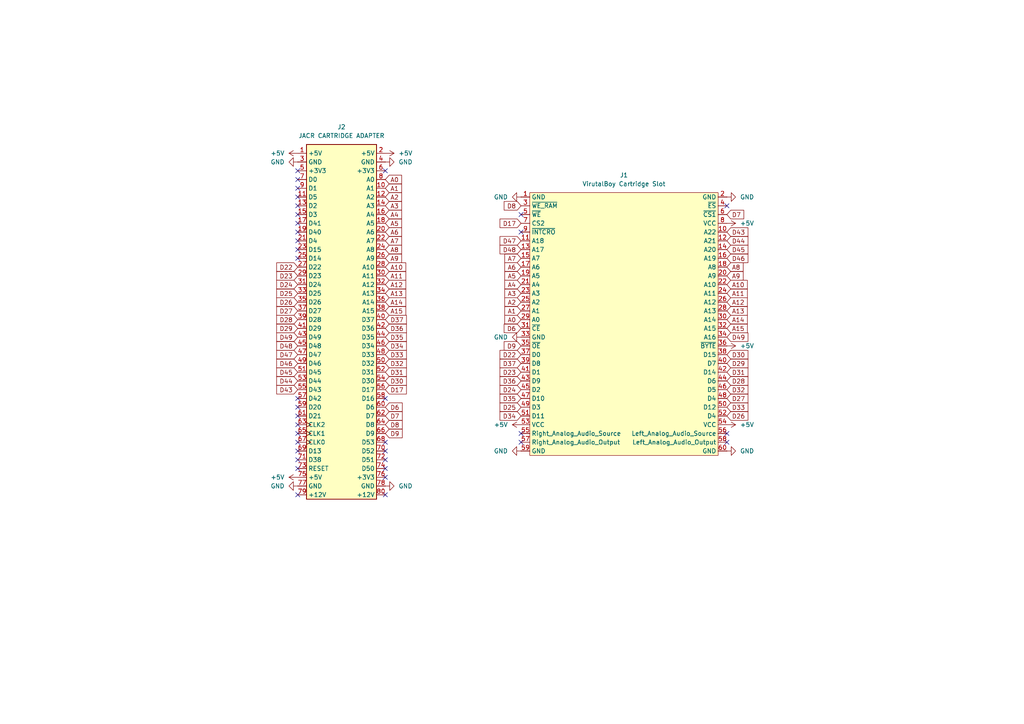
<source format=kicad_sch>
(kicad_sch (version 20250114) (generator "eeschema") (generator_version "9.0")
  (paper "A4")
  (title_block (title "VirtualBoy Adapter - Just Another Cartridge Reader") (date "2025-10-22") (company "Diplomatic Entertainment, LLC.") (comment 1 "CC BY 4.0"))
  (lib_symbols
    (symbol "DiplomaticEntertainment:JACR_CARD_EDGE"
      (property "Reference" "J1" (at 0 54.61 0))
      (property "Value" "JACR CARTRIDGE ADAPTER" (at 0 52.07 0))
      (symbol "JACR_CARD_EDGE_0_1"
        (rectangle (start -10.16 49.53) (end 10.16 -53.34) (stroke (width 0.254)) (fill (type background)))
      )
      (symbol "JACR_CARD_EDGE_1_1"
        (pin power_out line (at -12.7 46.99 0) (length 2.54) (name "+5V") (number "1"))
        (pin power_in line (at -12.7 44.45 0) (length 2.54) (name "GND") (number "3"))
        (pin power_out line (at -12.7 41.91 0) (length 2.54) (name "+3V3") (number "5"))
        (pin bidirectional line (at -12.7 39.37 0) (length 2.54) (name "D0") (number "7"))
        (pin bidirectional line (at -12.7 36.83 0) (length 2.54) (name "D1") (number "9"))
        (pin bidirectional line (at -12.7 34.29 0) (length 2.54) (name "D5") (number "11"))
        (pin bidirectional line (at -12.7 31.75 0) (length 2.54) (name "D2") (number "13"))
        (pin bidirectional line (at -12.7 29.21 0) (length 2.54) (name "D3") (number "15"))
        (pin bidirectional line (at -12.7 26.67 0) (length 2.54) (name "D41") (number "17"))
        (pin bidirectional line (at -12.7 24.13 0) (length 2.54) (name "D40") (number "19"))
        (pin bidirectional line (at -12.7 21.59 0) (length 2.54) (name "D4") (number "21"))
        (pin bidirectional line (at -12.7 19.05 0) (length 2.54) (name "D15") (number "23"))
        (pin bidirectional line (at -12.7 16.51 0) (length 2.54) (name "D14") (number "25"))
        (pin bidirectional line (at -12.7 13.97 0) (length 2.54) (name "D22") (number "27"))
        (pin bidirectional line (at -12.7 11.43 0) (length 2.54) (name "D23") (number "29"))
        (pin bidirectional line (at -12.7 8.89 0) (length 2.54) (name "D24") (number "31"))
        (pin bidirectional line (at -12.7 6.35 0) (length 2.54) (name "D25") (number "33"))
        (pin bidirectional line (at -12.7 3.81 0) (length 2.54) (name "D26") (number "35"))
        (pin bidirectional line (at -12.7 1.27 0) (length 2.54) (name "D27") (number "37"))
        (pin bidirectional line (at -12.7 -1.27 0) (length 2.54) (name "D28") (number "39"))
        (pin bidirectional line (at -12.7 -3.81 0) (length 2.54) (name "D29") (number "41"))
        (pin bidirectional line (at -12.7 -6.35 0) (length 2.54) (name "D49") (number "43"))
        (pin bidirectional line (at -12.7 -8.89 0) (length 2.54) (name "D48") (number "45"))
        (pin bidirectional line (at -12.7 -11.43 0) (length 2.54) (name "D47") (number "47"))
        (pin bidirectional line (at -12.7 -13.97 0) (length 2.54) (name "D46") (number "49"))
        (pin bidirectional line (at -12.7 -16.51 0) (length 2.54) (name "D45") (number "51"))
        (pin bidirectional line (at -12.7 -19.05 0) (length 2.54) (name "D44") (number "53"))
        (pin bidirectional line (at -12.7 -21.59 0) (length 2.54) (name "D43") (number "55"))
        (pin bidirectional line (at -12.7 -24.13 0) (length 2.54) (name "D42") (number "57"))
        (pin bidirectional line (at -12.7 -26.67 0) (length 2.54) (name "D20") (number "59"))
        (pin bidirectional line (at -12.7 -29.21 0) (length 2.54) (name "D21") (number "61"))
        (pin output clock (at -12.7 -31.75 0) (length 2.54) (name "CLK2") (number "63"))
        (pin output clock (at -12.7 -34.29 0) (length 2.54) (name "CLK1") (number "65"))
        (pin output clock (at -12.7 -36.83 0) (length 2.54) (name "CLK0") (number "67"))
        (pin bidirectional line (at -12.7 -39.37 0) (length 2.54) (name "D13") (number "69"))
        (pin bidirectional line (at -12.7 -41.91 0) (length 2.54) (name "D38") (number "71"))
        (pin bidirectional line (at -12.7 -44.45 0) (length 2.54) (name "RESET") (number "73"))
        (pin power_out line (at -12.7 -46.99 0) (length 2.54) (name "+5V") (number "75"))
        (pin power_in line (at -12.7 -49.53 0) (length 2.54) (name "GND") (number "77"))
        (pin power_out line (at -12.7 -52.07 0) (length 2.54) (name "+12V") (number "79"))
        (pin power_out line (at 12.7 46.99 180) (length 2.54) (name "+5V") (number "2"))
        (pin power_in line (at 12.7 44.45 180) (length 2.54) (name "GND") (number "4"))
        (pin power_out line (at 12.7 41.91 180) (length 2.54) (name "+3V3") (number "6"))
        (pin bidirectional line (at 12.7 39.37 180) (length 2.54) (name "A0") (number "8"))
        (pin bidirectional line (at 12.7 36.83 180) (length 2.54) (name "A1") (number "10"))
        (pin bidirectional line (at 12.7 34.29 180) (length 2.54) (name "A2") (number "12"))
        (pin bidirectional line (at 12.7 31.75 180) (length 2.54) (name "A3") (number "14"))
        (pin bidirectional line (at 12.7 29.21 180) (length 2.54) (name "A4") (number "16"))
        (pin bidirectional line (at 12.7 26.67 180) (length 2.54) (name "A5") (number "18"))
        (pin bidirectional line (at 12.7 24.13 180) (length 2.54) (name "A6") (number "20"))
        (pin bidirectional line (at 12.7 21.59 180) (length 2.54) (name "A7") (number "22"))
        (pin bidirectional line (at 12.7 19.05 180) (length 2.54) (name "A8") (number "24"))
        (pin bidirectional line (at 12.7 16.51 180) (length 2.54) (name "A9") (number "26"))
        (pin bidirectional line (at 12.7 13.97 180) (length 2.54) (name "A10") (number "28"))
        (pin bidirectional line (at 12.7 11.43 180) (length 2.54) (name "A11") (number "30"))
        (pin bidirectional line (at 12.7 8.89 180) (length 2.54) (name "A12") (number "32"))
        (pin bidirectional line (at 12.7 6.35 180) (length 2.54) (name "A13") (number "34"))
        (pin bidirectional line (at 12.7 3.81 180) (length 2.54) (name "A14") (number "36"))
        (pin bidirectional line (at 12.7 1.27 180) (length 2.54) (name "A15") (number "38"))
        (pin bidirectional line (at 12.7 -1.27 180) (length 2.54) (name "D37") (number "40"))
        (pin bidirectional line (at 12.7 -3.81 180) (length 2.54) (name "D36") (number "42"))
        (pin bidirectional line (at 12.7 -6.35 180) (length 2.54) (name "D35") (number "44"))
        (pin bidirectional line (at 12.7 -8.89 180) (length 2.54) (name "D34") (number "46"))
        (pin bidirectional line (at 12.7 -11.43 180) (length 2.54) (name "D33") (number "48"))
        (pin bidirectional line (at 12.7 -13.97 180) (length 2.54) (name "D32") (number "50"))
        (pin bidirectional line (at 12.7 -16.51 180) (length 2.54) (name "D31") (number "52"))
        (pin bidirectional line (at 12.7 -19.05 180) (length 2.54) (name "D30") (number "54"))
        (pin bidirectional line (at 12.7 -21.59 180) (length 2.54) (name "D17") (number "56"))
        (pin bidirectional line (at 12.7 -24.13 180) (length 2.54) (name "D16") (number "58"))
        (pin bidirectional line (at 12.7 -26.67 180) (length 2.54) (name "D6") (number "60"))
        (pin bidirectional line (at 12.7 -29.21 180) (length 2.54) (name "D7") (number "62"))
        (pin bidirectional line (at 12.7 -31.75 180) (length 2.54) (name "D8") (number "64"))
        (pin bidirectional line (at 12.7 -34.29 180) (length 2.54) (name "D9") (number "66"))
        (pin bidirectional line (at 12.7 -36.83 180) (length 2.54) (name "D53") (number "68"))
        (pin bidirectional line (at 12.7 -39.37 180) (length 2.54) (name "D52") (number "70"))
        (pin bidirectional line (at 12.7 -41.91 180) (length 2.54) (name "D51") (number "72"))
        (pin bidirectional line (at 12.7 -44.45 180) (length 2.54) (name "D50") (number "74"))
        (pin power_out line (at 12.7 -46.99 180) (length 2.54) (name "+3V3") (number "76"))
        (pin power_in line (at 12.7 -49.53 180) (length 2.54) (name "GND") (number "78"))
        (pin power_out line (at 12.7 -52.07 180) (length 2.54) (name "+12V") (number "80"))
      )
    )
    (symbol "Nintendo:VirtualBoy_Cartridge_Slot"
      (property "Reference" "J" (at -30.48 -19.304 0))
      (property "Value" "VirutalBoy Cartridge Slot" (at -0.254 -0.254 0))
      (symbol "VirtualBoy_Cartridge_Slot_0_0"
        (pin power_in line (at -30.48 36.83 0) (length 2.54) (name "GND") (number "1"))
        (pin unspecified line (at -30.48 34.29 0) (length 2.54) (name "~{WE_RAM}") (number "3"))
        (pin unspecified line (at -30.48 29.21 0) (length 2.54) (name "CS2") (number "7"))
        (pin unspecified line (at -30.48 26.67 0) (length 2.54) (name "~{INTCRO}") (number "9"))
        (pin unspecified line (at -30.48 24.13 0) (length 2.54) (name "A18") (number "11"))
        (pin unspecified line (at -30.48 21.59 0) (length 2.54) (name "A17") (number "13"))
        (pin unspecified line (at -30.48 19.05 0) (length 2.54) (name "A7") (number "15"))
        (pin unspecified line (at -30.48 16.51 0) (length 2.54) (name "A6") (number "17"))
        (pin unspecified line (at -30.48 13.97 0) (length 2.54) (name "A5") (number "19"))
        (pin unspecified line (at -30.48 11.43 0) (length 2.54) (name "A4") (number "21"))
        (pin unspecified line (at -30.48 8.89 0) (length 2.54) (name "A3") (number "23"))
        (pin unspecified line (at -30.48 6.35 0) (length 2.54) (name "A2") (number "25"))
        (pin unspecified line (at -30.48 3.81 0) (length 2.54) (name "A1") (number "27"))
        (pin unspecified line (at -30.48 1.27 0) (length 2.54) (name "A0") (number "29"))
        (pin unspecified line (at -30.48 -1.27 0) (length 2.54) (name "~{CE}") (number "31"))
        (pin power_in line (at -30.48 -3.81 0) (length 2.54) (name "GND") (number "33"))
        (pin unspecified line (at -30.48 -6.35 0) (length 2.54) (name "~{OE}") (number "35"))
        (pin unspecified line (at -30.48 -8.89 0) (length 2.54) (name "D0") (number "37"))
        (pin unspecified line (at -30.48 -11.43 0) (length 2.54) (name "D8") (number "39"))
        (pin unspecified line (at -30.48 -13.97 0) (length 2.54) (name "D1") (number "41"))
        (pin unspecified line (at -30.48 -16.51 0) (length 2.54) (name "D9") (number "43"))
        (pin unspecified line (at -30.48 -19.05 0) (length 2.54) (name "D2") (number "45"))
        (pin unspecified line (at -30.48 -21.59 0) (length 2.54) (name "D10") (number "47"))
        (pin unspecified line (at -30.48 -24.13 0) (length 2.54) (name "D3") (number "49"))
        (pin unspecified line (at -30.48 -26.67 0) (length 2.54) (name "D11") (number "51"))
        (pin power_in line (at -30.48 -29.21 0) (length 2.54) (name "VCC") (number "53"))
        (pin unspecified line (at -30.48 -31.75 0) (length 2.54) (name "Right_Analog_Audio_Source") (number "55"))
        (pin unspecified line (at -30.48 -34.29 0) (length 2.54) (name "Right_Analog_Audio_Output") (number "57"))
        (pin power_in line (at -30.48 -36.83 0) (length 2.54) (name "GND") (number "59"))
        (pin power_in line (at 29.21 36.83 180) (length 2.54) (name "GND") (number "2"))
        (pin unspecified line (at 29.21 34.29 180) (length 2.54) (name "~{ES}") (number "4"))
        (pin unspecified line (at 29.21 31.75 180) (length 2.54) (name "~{CS1}") (number "6"))
        (pin power_in line (at 29.21 29.21 180) (length 2.54) (name "VCC") (number "8"))
        (pin unspecified line (at 29.21 26.67 180) (length 2.54) (name "A22") (number "10"))
        (pin unspecified line (at 29.21 24.13 180) (length 2.54) (name "A21") (number "12"))
        (pin unspecified line (at 29.21 21.59 180) (length 2.54) (name "A20") (number "14"))
        (pin unspecified line (at 29.21 19.05 180) (length 2.54) (name "A19") (number "16"))
        (pin unspecified line (at 29.21 16.51 180) (length 2.54) (name "A8") (number "18"))
        (pin unspecified line (at 29.21 13.97 180) (length 2.54) (name "A9") (number "20"))
        (pin unspecified line (at 29.21 11.43 180) (length 2.54) (name "A10") (number "22"))
        (pin unspecified line (at 29.21 8.89 180) (length 2.54) (name "A11") (number "24"))
        (pin unspecified line (at 29.21 6.35 180) (length 2.54) (name "A12") (number "26"))
        (pin unspecified line (at 29.21 3.81 180) (length 2.54) (name "A13") (number "28"))
        (pin unspecified line (at 29.21 1.27 180) (length 2.54) (name "A14") (number "30"))
        (pin unspecified line (at 29.21 -1.27 180) (length 2.54) (name "A15") (number "32"))
        (pin unspecified line (at 29.21 -3.81 180) (length 2.54) (name "A16") (number "34"))
        (pin unspecified line (at 29.21 -6.35 180) (length 2.54) (name "~{BYTE}") (number "36"))
        (pin unspecified line (at 29.21 -8.89 180) (length 2.54) (name "D15") (number "38"))
        (pin unspecified line (at 29.21 -11.43 180) (length 2.54) (name "D7") (number "40"))
        (pin unspecified line (at 29.21 -13.97 180) (length 2.54) (name "D14") (number "42"))
        (pin unspecified line (at 29.21 -16.51 180) (length 2.54) (name "D6") (number "44"))
        (pin unspecified line (at 29.21 -19.05 180) (length 2.54) (name "D5") (number "46"))
        (pin unspecified line (at 29.21 -21.59 180) (length 2.54) (name "D4") (number "48"))
        (pin unspecified line (at 29.21 -24.13 180) (length 2.54) (name "D12") (number "50"))
        (pin unspecified line (at 29.21 -26.67 180) (length 2.54) (name "D4") (number "52"))
        (pin power_in line (at 29.21 -29.21 180) (length 2.54) (name "VCC") (number "54"))
        (pin unspecified line (at 29.21 -31.75 180) (length 2.54) (name "Left_Analog_Audio_Source") (number "56"))
        (pin unspecified line (at 29.21 -34.29 180) (length 2.54) (name "Left_Analog_Audio_Output") (number "58"))
        (pin power_in line (at 29.21 -36.83 180) (length 2.54) (name "GND") (number "60"))
      )
      (symbol "VirtualBoy_Cartridge_Slot_1_0"
        (pin unspecified line (at -30.48 31.75 0) (length 2.54) (name "~{WE}") (number "5"))
      )
      (symbol "VirtualBoy_Cartridge_Slot_1_1"
        (rectangle (start -27.94 38.1) (end 26.67 -38.1) (fill (type background)))
      )
    )
    (symbol "power:+5V" (power) (pin_numbers (hide yes)) (pin_names (offset 0) (hide yes))
      (property "Value" "+5V" (at 0 3.556 0))
      (symbol "+5V_0_1"
        (polyline (pts (xy -0.762 1.27) (xy 0 2.54)))
        (polyline (pts (xy 0 2.54) (xy 0.762 1.27)))
        (polyline (pts (xy 0 0) (xy 0 2.54)))
      )
      (symbol "+5V_1_1"
        (pin power_in line (at 0 0 90) (length 0) (name "~") (number "1"))
      )
    )
    (symbol "power:GND" (power) (pin_numbers (hide yes)) (pin_names (offset 0) (hide yes))
      (property "Value" "GND" (at 0 -3.81 0))
      (symbol "GND_0_1"
        (polyline (pts (xy 0 0) (xy 0 -1.27) (xy 1.27 -1.27) (xy 0 -2.54) (xy -1.27 -1.27) (xy 0 -1.27)))
      )
      (symbol "GND_1_1"
        (pin power_in line (at 0 0 270) (length 0) (name "~") (number "1"))
      )
    )
  )
  (no_connect (at 86.36 62.23))
  (no_connect (at 210.82 59.69))
  (no_connect (at 111.76 138.43))
  (no_connect (at 86.36 133.35))
  (no_connect (at 111.76 115.57))
  (no_connect (at 86.36 57.15))
  (no_connect (at 111.76 133.35))
  (no_connect (at 111.76 130.81))
  (no_connect (at 86.36 118.11))
  (no_connect (at 86.36 67.31))
  (no_connect (at 86.36 69.85))
  (no_connect (at 86.36 52.07))
  (no_connect (at 86.36 72.39))
  (no_connect (at 86.36 59.69))
  (no_connect (at 86.36 123.19))
  (no_connect (at 151.13 62.23))
  (no_connect (at 86.36 54.61))
  (no_connect (at 111.76 128.27))
  (no_connect (at 86.36 64.77))
  (no_connect (at 151.13 67.31))
  (no_connect (at 111.76 143.51))
  (no_connect (at 86.36 143.51))
  (no_connect (at 151.13 128.27))
  (no_connect (at 86.36 115.57))
  (no_connect (at 86.36 49.53))
  (no_connect (at 111.76 49.53))
  (no_connect (at 86.36 125.73))
  (no_connect (at 151.13 125.73))
  (no_connect (at 86.36 135.89))
  (no_connect (at 86.36 120.65))
  (no_connect (at 210.82 128.27))
  (no_connect (at 210.82 125.73))
  (no_connect (at 86.36 130.81))
  (no_connect (at 86.36 128.27))
  (no_connect (at 86.36 74.93))
  (no_connect (at 111.76 135.89))
  (global_label "A10" (shape input) (at 210.82 82.55 0) (property "Intersheetrefs" "${INTERSHEET_REFS}" (effects (hide yes))))
  (global_label "D43" (shape input) (at 210.82 67.31 0) (property "Intersheetrefs" "${INTERSHEET_REFS}" (effects (hide yes))))
  (global_label "D45" (shape input) (at 210.82 72.39 0) (property "Intersheetrefs" "${INTERSHEET_REFS}" (effects (hide yes))))
  (global_label "D7" (shape input) (at 210.82 62.23 0) (property "Intersheetrefs" "${INTERSHEET_REFS}" (effects (hide yes))))
  (global_label "D25" (shape input) (at 86.36 85.09 180) (property "Intersheetrefs" "${INTERSHEET_REFS}" (effects (hide yes))))
  (global_label "D45" (shape input) (at 86.36 107.95 180) (property "Intersheetrefs" "${INTERSHEET_REFS}" (effects (hide yes))))
  (global_label "A11" (shape input) (at 111.76 80.01 0) (property "Intersheetrefs" "${INTERSHEET_REFS}" (effects (hide yes))))
  (global_label "D27" (shape input) (at 210.82 115.57 0) (property "Intersheetrefs" "${INTERSHEET_REFS}" (effects (hide yes))))
  (global_label "D26" (shape input) (at 210.82 120.65 0) (property "Intersheetrefs" "${INTERSHEET_REFS}" (effects (hide yes))))
  (global_label "D23" (shape input) (at 86.36 80.01 180) (property "Intersheetrefs" "${INTERSHEET_REFS}" (effects (hide yes))))
  (global_label "D35" (shape input) (at 151.13 115.57 180) (property "Intersheetrefs" "${INTERSHEET_REFS}" (effects (hide yes))))
  (global_label "D9" (shape input) (at 111.76 125.73 0) (property "Intersheetrefs" "${INTERSHEET_REFS}" (effects (hide yes))))
  (global_label "D28" (shape input) (at 210.82 110.49 0) (property "Intersheetrefs" "${INTERSHEET_REFS}" (effects (hide yes))))
  (global_label "D32" (shape input) (at 111.76 105.41 0) (property "Intersheetrefs" "${INTERSHEET_REFS}" (effects (hide yes))))
  (global_label "A12" (shape input) (at 210.82 87.63 0) (property "Intersheetrefs" "${INTERSHEET_REFS}" (effects (hide yes))))
  (global_label "D30" (shape input) (at 210.82 102.87 0) (property "Intersheetrefs" "${INTERSHEET_REFS}" (effects (hide yes))))
  (global_label "A14" (shape input) (at 210.82 92.71 0) (property "Intersheetrefs" "${INTERSHEET_REFS}" (effects (hide yes))))
  (global_label "D43" (shape input) (at 86.36 113.03 180) (property "Intersheetrefs" "${INTERSHEET_REFS}" (effects (hide yes))))
  (global_label "A8" (shape input) (at 111.76 72.39 0) (property "Intersheetrefs" "${INTERSHEET_REFS}" (effects (hide yes))))
  (global_label "D24" (shape input) (at 151.13 113.03 180) (property "Intersheetrefs" "${INTERSHEET_REFS}" (effects (hide yes))))
  (global_label "A0" (shape input) (at 111.76 52.07 0) (property "Intersheetrefs" "${INTERSHEET_REFS}" (effects (hide yes))))
  (global_label "A12" (shape input) (at 111.76 82.55 0) (property "Intersheetrefs" "${INTERSHEET_REFS}" (effects (hide yes))))
  (global_label "A13" (shape input) (at 111.76 85.09 0) (property "Intersheetrefs" "${INTERSHEET_REFS}" (effects (hide yes))))
  (global_label "D46" (shape input) (at 210.82 74.93 0) (property "Intersheetrefs" "${INTERSHEET_REFS}" (effects (hide yes))))
  (global_label "A14" (shape input) (at 111.76 87.63 0) (property "Intersheetrefs" "${INTERSHEET_REFS}" (effects (hide yes))))
  (global_label "D17" (shape input) (at 111.76 113.03 0) (property "Intersheetrefs" "${INTERSHEET_REFS}" (effects (hide yes))))
  (global_label "D34" (shape input) (at 111.76 100.33 0) (property "Intersheetrefs" "${INTERSHEET_REFS}" (effects (hide yes))))
  (global_label "A9" (shape input) (at 111.76 74.93 0) (property "Intersheetrefs" "${INTERSHEET_REFS}" (effects (hide yes))))
  (global_label "D33" (shape input) (at 111.76 102.87 0) (property "Intersheetrefs" "${INTERSHEET_REFS}" (effects (hide yes))))
  (global_label "D30" (shape input) (at 111.76 110.49 0) (property "Intersheetrefs" "${INTERSHEET_REFS}" (effects (hide yes))))
  (global_label "D29" (shape input) (at 210.82 105.41 0) (property "Intersheetrefs" "${INTERSHEET_REFS}" (effects (hide yes))))
  (global_label "D44" (shape input) (at 86.36 110.49 180) (property "Intersheetrefs" "${INTERSHEET_REFS}" (effects (hide yes))))
  (global_label "D36" (shape input) (at 151.13 110.49 180) (property "Intersheetrefs" "${INTERSHEET_REFS}" (effects (hide yes))))
  (global_label "A9" (shape input) (at 210.82 80.01 0) (property "Intersheetrefs" "${INTERSHEET_REFS}" (effects (hide yes))))
  (global_label "A0" (shape input) (at 151.13 92.71 180) (property "Intersheetrefs" "${INTERSHEET_REFS}" (effects (hide yes))))
  (global_label "A11" (shape input) (at 210.82 85.09 0) (property "Intersheetrefs" "${INTERSHEET_REFS}" (effects (hide yes))))
  (global_label "A6" (shape input) (at 111.76 67.31 0) (property "Intersheetrefs" "${INTERSHEET_REFS}" (effects (hide yes))))
  (global_label "A3" (shape input) (at 151.13 85.09 180) (property "Intersheetrefs" "${INTERSHEET_REFS}" (effects (hide yes))))
  (global_label "D47" (shape input) (at 151.13 69.85 180) (property "Intersheetrefs" "${INTERSHEET_REFS}" (effects (hide yes))))
  (global_label "A7" (shape input) (at 151.13 74.93 180) (property "Intersheetrefs" "${INTERSHEET_REFS}" (effects (hide yes))))
  (global_label "A2" (shape input) (at 151.13 87.63 180) (property "Intersheetrefs" "${INTERSHEET_REFS}" (effects (hide yes))))
  (global_label "A7" (shape input) (at 111.76 69.85 0) (property "Intersheetrefs" "${INTERSHEET_REFS}" (effects (hide yes))))
  (global_label "A5" (shape input) (at 151.13 80.01 180) (property "Intersheetrefs" "${INTERSHEET_REFS}" (effects (hide yes))))
  (global_label "D37" (shape input) (at 151.13 105.41 180) (property "Intersheetrefs" "${INTERSHEET_REFS}" (effects (hide yes))))
  (global_label "D25" (shape input) (at 151.13 118.11 180) (property "Intersheetrefs" "${INTERSHEET_REFS}" (effects (hide yes))))
  (global_label "A15" (shape input) (at 210.82 95.25 0) (property "Intersheetrefs" "${INTERSHEET_REFS}" (effects (hide yes))))
  (global_label "A4" (shape input) (at 151.13 82.55 180) (property "Intersheetrefs" "${INTERSHEET_REFS}" (effects (hide yes))))
  (global_label "A1" (shape input) (at 111.76 54.61 0) (property "Intersheetrefs" "${INTERSHEET_REFS}" (effects (hide yes))))
  (global_label "D8" (shape input) (at 151.13 59.69 180) (property "Intersheetrefs" "${INTERSHEET_REFS}" (effects (hide yes))))
  (global_label "D36" (shape input) (at 111.76 95.25 0) (property "Intersheetrefs" "${INTERSHEET_REFS}" (effects (hide yes))))
  (global_label "A10" (shape input) (at 111.76 77.47 0) (property "Intersheetrefs" "${INTERSHEET_REFS}" (effects (hide yes))))
  (global_label "A3" (shape input) (at 111.76 59.69 0) (property "Intersheetrefs" "${INTERSHEET_REFS}" (effects (hide yes))))
  (global_label "A13" (shape input) (at 210.82 90.17 0) (property "Intersheetrefs" "${INTERSHEET_REFS}" (effects (hide yes))))
  (global_label "A1" (shape input) (at 151.13 90.17 180) (property "Intersheetrefs" "${INTERSHEET_REFS}" (effects (hide yes))))
  (global_label "D24" (shape input) (at 86.36 82.55 180) (property "Intersheetrefs" "${INTERSHEET_REFS}" (effects (hide yes))))
  (global_label "D31" (shape input) (at 210.82 107.95 0) (property "Intersheetrefs" "${INTERSHEET_REFS}" (effects (hide yes))))
  (global_label "D31" (shape input) (at 111.76 107.95 0) (property "Intersheetrefs" "${INTERSHEET_REFS}" (effects (hide yes))))
  (global_label "D34" (shape input) (at 151.13 120.65 180) (property "Intersheetrefs" "${INTERSHEET_REFS}" (effects (hide yes))))
  (global_label "D35" (shape input) (at 111.76 97.79 0) (property "Intersheetrefs" "${INTERSHEET_REFS}" (effects (hide yes))))
  (global_label "D32" (shape input) (at 210.82 113.03 0) (property "Intersheetrefs" "${INTERSHEET_REFS}" (effects (hide yes))))
  (global_label "D29" (shape input) (at 86.36 95.25 180) (property "Intersheetrefs" "${INTERSHEET_REFS}" (effects (hide yes))))
  (global_label "D23" (shape input) (at 151.13 107.95 180) (property "Intersheetrefs" "${INTERSHEET_REFS}" (effects (hide yes))))
  (global_label "D49" (shape input) (at 210.82 97.79 0) (property "Intersheetrefs" "${INTERSHEET_REFS}" (effects (hide yes))))
  (global_label "D9" (shape input) (at 151.13 100.33 180) (property "Intersheetrefs" "${INTERSHEET_REFS}" (effects (hide yes))))
  (global_label "A4" (shape input) (at 111.76 62.23 0) (property "Intersheetrefs" "${INTERSHEET_REFS}" (effects (hide yes))))
  (global_label "D37" (shape input) (at 111.76 92.71 0) (property "Intersheetrefs" "${INTERSHEET_REFS}" (effects (hide yes))))
  (global_label "D33" (shape input) (at 210.82 118.11 0) (property "Intersheetrefs" "${INTERSHEET_REFS}" (effects (hide yes))))
  (global_label "A15" (shape input) (at 111.76 90.17 0) (property "Intersheetrefs" "${INTERSHEET_REFS}" (effects (hide yes))))
  (global_label "D26" (shape input) (at 86.36 87.63 180) (property "Intersheetrefs" "${INTERSHEET_REFS}" (effects (hide yes))))
  (global_label "D28" (shape input) (at 86.36 92.71 180) (property "Intersheetrefs" "${INTERSHEET_REFS}" (effects (hide yes))))
  (global_label "A8" (shape input) (at 210.82 77.47 0) (property "Intersheetrefs" "${INTERSHEET_REFS}" (effects (hide yes))))
  (global_label "D44" (shape input) (at 210.82 69.85 0) (property "Intersheetrefs" "${INTERSHEET_REFS}" (effects (hide yes))))
  (global_label "D48" (shape input) (at 86.36 100.33 180) (property "Intersheetrefs" "${INTERSHEET_REFS}" (effects (hide yes))))
  (global_label "D46" (shape input) (at 86.36 105.41 180) (property "Intersheetrefs" "${INTERSHEET_REFS}" (effects (hide yes))))
  (global_label "A5" (shape input) (at 111.76 64.77 0) (property "Intersheetrefs" "${INTERSHEET_REFS}" (effects (hide yes))))
  (global_label "D7" (shape input) (at 111.76 120.65 0) (property "Intersheetrefs" "${INTERSHEET_REFS}" (effects (hide yes))))
  (global_label "D6" (shape input) (at 151.13 95.25 180) (property "Intersheetrefs" "${INTERSHEET_REFS}" (effects (hide yes))))
  (global_label "D8" (shape input) (at 111.76 123.19 0) (property "Intersheetrefs" "${INTERSHEET_REFS}" (effects (hide yes))))
  (global_label "D17" (shape input) (at 151.13 64.77 180) (property "Intersheetrefs" "${INTERSHEET_REFS}" (effects (hide yes))))
  (global_label "A6" (shape input) (at 151.13 77.47 180) (property "Intersheetrefs" "${INTERSHEET_REFS}" (effects (hide yes))))
  (global_label "D49" (shape input) (at 86.36 97.79 180) (property "Intersheetrefs" "${INTERSHEET_REFS}" (effects (hide yes))))
  (global_label "A2" (shape input) (at 111.76 57.15 0) (property "Intersheetrefs" "${INTERSHEET_REFS}" (effects (hide yes))))
  (global_label "D48" (shape input) (at 151.13 72.39 180) (property "Intersheetrefs" "${INTERSHEET_REFS}" (effects (hide yes))))
  (global_label "D27" (shape input) (at 86.36 90.17 180) (property "Intersheetrefs" "${INTERSHEET_REFS}" (effects (hide yes))))
  (global_label "D22" (shape input) (at 86.36 77.47 180) (property "Intersheetrefs" "${INTERSHEET_REFS}" (effects (hide yes))))
  (global_label "D47" (shape input) (at 86.36 102.87 180) (property "Intersheetrefs" "${INTERSHEET_REFS}" (effects (hide yes))))
  (global_label "D22" (shape input) (at 151.13 102.87 180) (property "Intersheetrefs" "${INTERSHEET_REFS}" (effects (hide yes))))
  (global_label "D6" (shape input) (at 111.76 118.11 0) (property "Intersheetrefs" "${INTERSHEET_REFS}" (effects (hide yes))))
  (symbol (lib_id "power:GND") (at 151.13 57.15 270) (unit 1)
    (property "Reference" "#PWR01" (effects (hide yes)))
    (property "Value" "GND" (at 147.32 57.1499 90) (effects (justify right)))
    (property "Description" "Power symbol creates a global label with name \"GND\" , ground" (effects (hide yes)))
  )
  (symbol (lib_id "power:+5V") (at 210.82 64.77 270) (unit 1)
    (property "Reference" "#PWR012" (effects (hide yes)))
    (property "Value" "+5V" (at 214.63 64.7699 90) (effects (justify left)))
    (property "Description" "Power symbol creates a global label with name \"+5V\"" (effects (hide yes)))
  )
  (symbol (lib_id "power:GND") (at 151.13 97.79 270) (unit 1)
    (property "Reference" "#PWR013" (effects (hide yes)))
    (property "Value" "GND" (at 147.32 97.7899 90) (effects (justify right)))
    (property "Description" "Power symbol creates a global label with name \"GND\" , ground" (effects (hide yes)))
  )
  (symbol (lib_id "power:+5V") (at 111.76 44.45 270) (mirror x) (unit 1)
    (property "Reference" "#PWR016" (effects (hide yes)))
    (property "Value" "+5V" (at 115.57 44.4499 90) (effects (justify left)))
    (property "Description" "Power symbol creates a global label with name \"+5V\"" (effects (hide yes)))
  )
  (symbol (lib_id "power:+5V") (at 210.82 100.33 270) (unit 1)
    (property "Reference" "#PWR011" (effects (hide yes)))
    (property "Value" "+5V" (at 214.63 100.3299 90) (effects (justify left)))
    (property "Description" "Power symbol creates a global label with name \"+5V\"" (effects (hide yes)))
  )
  (symbol (lib_id "power:+5V") (at 210.82 123.19 270) (unit 1)
    (property "Reference" "#PWR07" (effects (hide yes)))
    (property "Value" "+5V" (at 214.63 123.1899 90) (effects (justify left)))
    (property "Description" "Power symbol creates a global label with name \"+5V\"" (effects (hide yes)))
  )
  (symbol (lib_id "power:GND") (at 151.13 130.81 270) (unit 1)
    (property "Reference" "#PWR06" (effects (hide yes)))
    (property "Value" "GND" (at 147.32 130.8099 90) (effects (justify right)))
    (property "Description" "Power symbol creates a global label with name \"GND\" , ground" (effects (hide yes)))
  )
  (symbol (lib_id "power:GND") (at 86.36 46.99 270) (unit 1)
    (property "Reference" "#PWR02" (effects (hide yes)))
    (property "Value" "GND" (at 82.55 46.9899 90) (effects (justify right)))
    (property "Description" "Power symbol creates a global label with name \"GND\" , ground" (effects (hide yes)))
  )
  (symbol (lib_id "power:GND") (at 210.82 130.81 90) (unit 1)
    (property "Reference" "#PWR05" (effects (hide yes)))
    (property "Value" "GND" (at 214.63 130.8099 90) (effects (justify right)))
    (property "Description" "Power symbol creates a global label with name \"GND\" , ground" (effects (hide yes)))
  )
  (symbol (lib_id "power:+5V") (at 86.36 44.45 90) (unit 1)
    (property "Reference" "#PWR015" (effects (hide yes)))
    (property "Value" "+5V" (at 82.55 44.4499 90) (effects (justify left)))
    (property "Description" "Power symbol creates a global label with name \"+5V\"" (effects (hide yes)))
  )
  (symbol (lib_id "Nintendo:VirtualBoy_Cartridge_Slot") (at 181.61 93.98 0) (unit 1)
    (property "Reference" "J1" (at 180.975 50.8 0))
    (property "Value" "VirutalBoy Cartridge Slot" (at 180.975 53.34 0))
    (property "Footprint" "Nintendo:VirtualBoy 60PIN 2mm THT" (effects (hide yes)))
  )
  (symbol (lib_id "power:GND") (at 86.36 140.97 270) (unit 1)
    (property "Reference" "#PWR03" (effects (hide yes)))
    (property "Value" "GND" (at 82.55 140.9699 90) (effects (justify right)))
    (property "Description" "Power symbol creates a global label with name \"GND\" , ground" (effects (hide yes)))
  )
  (symbol (lib_id "power:GND") (at 111.76 46.99 90) (unit 1)
    (property "Reference" "#PWR010" (effects (hide yes)))
    (property "Value" "GND" (at 115.57 46.9899 90) (effects (justify right)))
    (property "Description" "Power symbol creates a global label with name \"GND\" , ground" (effects (hide yes)))
  )
  (symbol (lib_id "power:GND") (at 111.76 140.97 90) (unit 1)
    (property "Reference" "#PWR014" (effects (hide yes)))
    (property "Value" "GND" (at 115.57 140.9699 90) (effects (justify right)))
    (property "Description" "Power symbol creates a global label with name \"GND\" , ground" (effects (hide yes)))
  )
  (symbol (lib_id "DiplomaticEntertainment:JACR_CARD_EDGE") (at 99.06 91.44 0) (unit 1)
    (property "Reference" "J2" (at 99.06 36.83 0))
    (property "Value" "JACR CARTRIDGE ADAPTER" (at 99.06 39.37 0))
    (property "Footprint" "DiplomaticEntertainment:JACR Cartridge Connector" (effects (hide yes)))
    (property "Description" "Connector 5V 3.3V 12V Bidrectional JACR" (effects (hide yes)))
  )
  (symbol (lib_id "power:+5V") (at 86.36 138.43 90) (unit 1)
    (property "Reference" "#PWR09" (effects (hide yes)))
    (property "Value" "+5V" (at 82.55 138.4299 90) (effects (justify left)))
    (property "Description" "Power symbol creates a global label with name \"+5V\"" (effects (hide yes)))
  )
  (symbol (lib_id "power:GND") (at 210.82 57.15 90) (unit 1)
    (property "Reference" "#PWR04" (effects (hide yes)))
    (property "Value" "GND" (at 214.63 57.1499 90) (effects (justify right)))
    (property "Description" "Power symbol creates a global label with name \"GND\" , ground" (effects (hide yes)))
  )
  (symbol (lib_id "power:+5V") (at 151.13 123.19 90) (unit 1)
    (property "Reference" "#PWR08" (effects (hide yes)))
    (property "Value" "+5V" (at 147.32 123.1899 90) (effects (justify left)))
    (property "Description" "Power symbol creates a global label with name \"+5V\"" (effects (hide yes)))
  )
)
</source>
